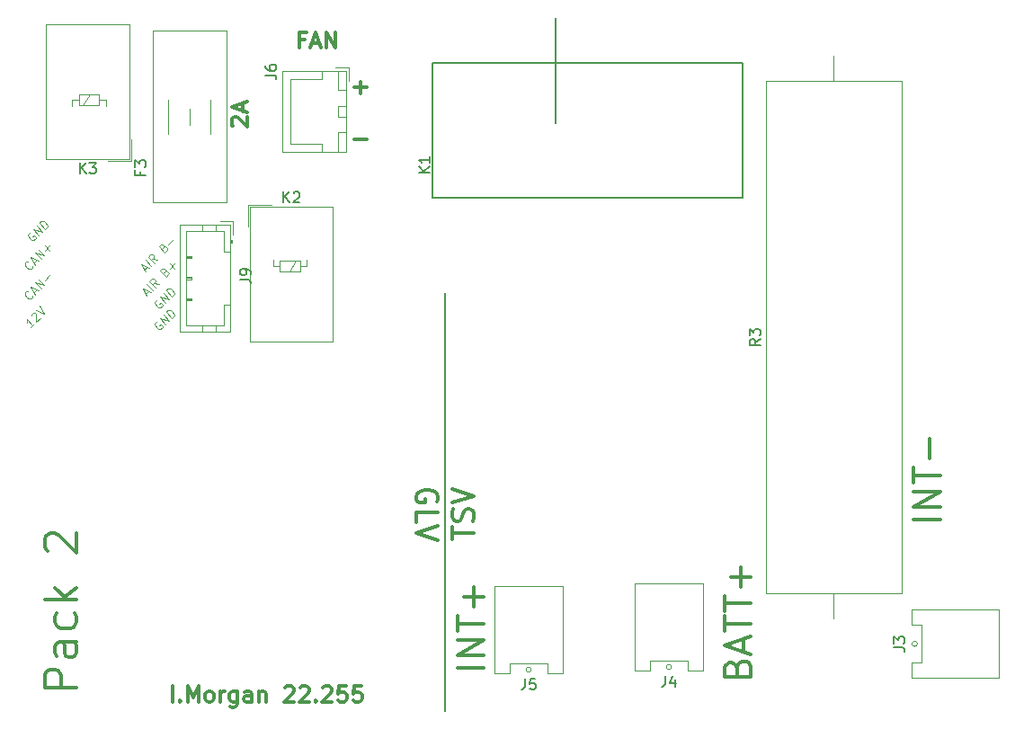
<source format=gbr>
%TF.GenerationSoftware,KiCad,Pcbnew,(6.0.1)*%
%TF.CreationDate,2022-11-29T11:44:29-05:00*%
%TF.ProjectId,pacman_side_2,7061636d-616e-45f7-9369-64655f322e6b,rev?*%
%TF.SameCoordinates,Original*%
%TF.FileFunction,Legend,Top*%
%TF.FilePolarity,Positive*%
%FSLAX46Y46*%
G04 Gerber Fmt 4.6, Leading zero omitted, Abs format (unit mm)*
G04 Created by KiCad (PCBNEW (6.0.1)) date 2022-11-29 11:44:29*
%MOMM*%
%LPD*%
G01*
G04 APERTURE LIST*
%ADD10C,0.150000*%
%ADD11C,0.100000*%
%ADD12C,0.300000*%
%ADD13C,0.120000*%
G04 APERTURE END LIST*
D10*
X129129000Y-103129000D02*
X129129000Y-128529000D01*
X139543000Y-73157000D02*
X139543000Y-63251000D01*
X129129000Y-89159000D02*
X129129000Y-103129000D01*
D11*
X90091158Y-83460155D02*
X90010346Y-83487093D01*
X89929534Y-83567905D01*
X89875659Y-83675654D01*
X89875659Y-83783404D01*
X89902597Y-83864216D01*
X89983409Y-83998903D01*
X90064221Y-84079715D01*
X90198908Y-84160528D01*
X90279720Y-84187465D01*
X90387470Y-84187465D01*
X90495219Y-84133590D01*
X90549094Y-84079715D01*
X90602969Y-83971966D01*
X90602969Y-83918091D01*
X90414407Y-83729529D01*
X90306658Y-83837279D01*
X90899280Y-83729529D02*
X90333595Y-83163844D01*
X91222529Y-83406280D01*
X90656844Y-82840595D01*
X91491903Y-83136906D02*
X90926218Y-82571221D01*
X91060905Y-82436534D01*
X91168654Y-82382659D01*
X91276404Y-82382659D01*
X91357216Y-82409597D01*
X91491903Y-82490409D01*
X91572715Y-82571221D01*
X91653528Y-82705908D01*
X91680465Y-82786720D01*
X91680465Y-82894470D01*
X91626590Y-83002219D01*
X91491903Y-83136906D01*
D12*
X94418142Y-126345285D02*
X91418142Y-126345285D01*
X91418142Y-125202428D01*
X91561000Y-124916714D01*
X91703857Y-124773857D01*
X91989571Y-124631000D01*
X92418142Y-124631000D01*
X92703857Y-124773857D01*
X92846714Y-124916714D01*
X92989571Y-125202428D01*
X92989571Y-126345285D01*
X94418142Y-122059571D02*
X92846714Y-122059571D01*
X92561000Y-122202428D01*
X92418142Y-122488142D01*
X92418142Y-123059571D01*
X92561000Y-123345285D01*
X94275285Y-122059571D02*
X94418142Y-122345285D01*
X94418142Y-123059571D01*
X94275285Y-123345285D01*
X93989571Y-123488142D01*
X93703857Y-123488142D01*
X93418142Y-123345285D01*
X93275285Y-123059571D01*
X93275285Y-122345285D01*
X93132428Y-122059571D01*
X94275285Y-119345285D02*
X94418142Y-119631000D01*
X94418142Y-120202428D01*
X94275285Y-120488142D01*
X94132428Y-120631000D01*
X93846714Y-120773857D01*
X92989571Y-120773857D01*
X92703857Y-120631000D01*
X92561000Y-120488142D01*
X92418142Y-120202428D01*
X92418142Y-119631000D01*
X92561000Y-119345285D01*
X94418142Y-118059571D02*
X91418142Y-118059571D01*
X93275285Y-117773857D02*
X94418142Y-116916714D01*
X92418142Y-116916714D02*
X93561000Y-118059571D01*
X91703857Y-113488142D02*
X91561000Y-113345285D01*
X91418142Y-113059571D01*
X91418142Y-112345285D01*
X91561000Y-112059571D01*
X91703857Y-111916714D01*
X91989571Y-111773857D01*
X92275285Y-111773857D01*
X92703857Y-111916714D01*
X94418142Y-113631000D01*
X94418142Y-111773857D01*
X115879714Y-65297857D02*
X115379714Y-65297857D01*
X115379714Y-66083571D02*
X115379714Y-64583571D01*
X116094000Y-64583571D01*
X116594000Y-65655000D02*
X117308285Y-65655000D01*
X116451142Y-66083571D02*
X116951142Y-64583571D01*
X117451142Y-66083571D01*
X117951142Y-66083571D02*
X117951142Y-64583571D01*
X118808285Y-66083571D01*
X118808285Y-64583571D01*
X103472142Y-127683571D02*
X103472142Y-126183571D01*
X104186428Y-127540714D02*
X104257857Y-127612142D01*
X104186428Y-127683571D01*
X104115000Y-127612142D01*
X104186428Y-127540714D01*
X104186428Y-127683571D01*
X104900714Y-127683571D02*
X104900714Y-126183571D01*
X105400714Y-127255000D01*
X105900714Y-126183571D01*
X105900714Y-127683571D01*
X106829285Y-127683571D02*
X106686428Y-127612142D01*
X106615000Y-127540714D01*
X106543571Y-127397857D01*
X106543571Y-126969285D01*
X106615000Y-126826428D01*
X106686428Y-126755000D01*
X106829285Y-126683571D01*
X107043571Y-126683571D01*
X107186428Y-126755000D01*
X107257857Y-126826428D01*
X107329285Y-126969285D01*
X107329285Y-127397857D01*
X107257857Y-127540714D01*
X107186428Y-127612142D01*
X107043571Y-127683571D01*
X106829285Y-127683571D01*
X107972142Y-127683571D02*
X107972142Y-126683571D01*
X107972142Y-126969285D02*
X108043571Y-126826428D01*
X108115000Y-126755000D01*
X108257857Y-126683571D01*
X108400714Y-126683571D01*
X109543571Y-126683571D02*
X109543571Y-127897857D01*
X109472142Y-128040714D01*
X109400714Y-128112142D01*
X109257857Y-128183571D01*
X109043571Y-128183571D01*
X108900714Y-128112142D01*
X109543571Y-127612142D02*
X109400714Y-127683571D01*
X109115000Y-127683571D01*
X108972142Y-127612142D01*
X108900714Y-127540714D01*
X108829285Y-127397857D01*
X108829285Y-126969285D01*
X108900714Y-126826428D01*
X108972142Y-126755000D01*
X109115000Y-126683571D01*
X109400714Y-126683571D01*
X109543571Y-126755000D01*
X110900714Y-127683571D02*
X110900714Y-126897857D01*
X110829285Y-126755000D01*
X110686428Y-126683571D01*
X110400714Y-126683571D01*
X110257857Y-126755000D01*
X110900714Y-127612142D02*
X110757857Y-127683571D01*
X110400714Y-127683571D01*
X110257857Y-127612142D01*
X110186428Y-127469285D01*
X110186428Y-127326428D01*
X110257857Y-127183571D01*
X110400714Y-127112142D01*
X110757857Y-127112142D01*
X110900714Y-127040714D01*
X111615000Y-126683571D02*
X111615000Y-127683571D01*
X111615000Y-126826428D02*
X111686428Y-126755000D01*
X111829285Y-126683571D01*
X112043571Y-126683571D01*
X112186428Y-126755000D01*
X112257857Y-126897857D01*
X112257857Y-127683571D01*
X114043571Y-126326428D02*
X114115000Y-126255000D01*
X114257857Y-126183571D01*
X114615000Y-126183571D01*
X114757857Y-126255000D01*
X114829285Y-126326428D01*
X114900714Y-126469285D01*
X114900714Y-126612142D01*
X114829285Y-126826428D01*
X113972142Y-127683571D01*
X114900714Y-127683571D01*
X115472142Y-126326428D02*
X115543571Y-126255000D01*
X115686428Y-126183571D01*
X116043571Y-126183571D01*
X116186428Y-126255000D01*
X116257857Y-126326428D01*
X116329285Y-126469285D01*
X116329285Y-126612142D01*
X116257857Y-126826428D01*
X115400714Y-127683571D01*
X116329285Y-127683571D01*
X116972142Y-127540714D02*
X117043571Y-127612142D01*
X116972142Y-127683571D01*
X116900714Y-127612142D01*
X116972142Y-127540714D01*
X116972142Y-127683571D01*
X117615000Y-126326428D02*
X117686428Y-126255000D01*
X117829285Y-126183571D01*
X118186428Y-126183571D01*
X118329285Y-126255000D01*
X118400714Y-126326428D01*
X118472142Y-126469285D01*
X118472142Y-126612142D01*
X118400714Y-126826428D01*
X117543571Y-127683571D01*
X118472142Y-127683571D01*
X119829285Y-126183571D02*
X119115000Y-126183571D01*
X119043571Y-126897857D01*
X119115000Y-126826428D01*
X119257857Y-126755000D01*
X119615000Y-126755000D01*
X119757857Y-126826428D01*
X119829285Y-126897857D01*
X119900714Y-127040714D01*
X119900714Y-127397857D01*
X119829285Y-127540714D01*
X119757857Y-127612142D01*
X119615000Y-127683571D01*
X119257857Y-127683571D01*
X119115000Y-127612142D01*
X119043571Y-127540714D01*
X121257857Y-126183571D02*
X120543571Y-126183571D01*
X120472142Y-126897857D01*
X120543571Y-126826428D01*
X120686428Y-126755000D01*
X121043571Y-126755000D01*
X121186428Y-126826428D01*
X121257857Y-126897857D01*
X121329285Y-127040714D01*
X121329285Y-127397857D01*
X121257857Y-127540714D01*
X121186428Y-127612142D01*
X121043571Y-127683571D01*
X120686428Y-127683571D01*
X120543571Y-127612142D01*
X120472142Y-127540714D01*
X175755952Y-110489523D02*
X173255952Y-110489523D01*
X175755952Y-109299047D02*
X173255952Y-109299047D01*
X175755952Y-107870476D01*
X173255952Y-107870476D01*
X173255952Y-107037142D02*
X173255952Y-105608571D01*
X175755952Y-106322857D02*
X173255952Y-106322857D01*
X174803571Y-104775238D02*
X174803571Y-102870476D01*
D11*
X100801536Y-86966025D02*
X101070910Y-86696651D01*
X100909285Y-87181524D02*
X100532162Y-86427277D01*
X101286409Y-86804401D01*
X101474971Y-86615839D02*
X100909285Y-86050154D01*
X102067593Y-86023216D02*
X101609658Y-85942404D01*
X101744345Y-86346465D02*
X101178659Y-85780780D01*
X101394158Y-85565280D01*
X101474971Y-85538343D01*
X101528845Y-85538343D01*
X101609658Y-85565280D01*
X101690470Y-85646093D01*
X101717407Y-85726905D01*
X101717407Y-85780780D01*
X101690470Y-85861592D01*
X101474971Y-86077091D01*
X102633279Y-84864908D02*
X102741028Y-84811033D01*
X102794903Y-84811033D01*
X102875715Y-84837971D01*
X102956528Y-84918783D01*
X102983465Y-84999595D01*
X102983465Y-85053470D01*
X102956528Y-85134282D01*
X102741028Y-85349781D01*
X102175343Y-84784096D01*
X102363905Y-84595534D01*
X102444717Y-84568597D01*
X102498592Y-84568597D01*
X102579404Y-84595534D01*
X102633279Y-84649409D01*
X102660216Y-84730221D01*
X102660216Y-84784096D01*
X102633279Y-84864908D01*
X102444717Y-85053470D01*
X103091215Y-84568597D02*
X103522213Y-84137598D01*
X90293189Y-89434871D02*
X90293189Y-89488746D01*
X90239314Y-89596496D01*
X90185439Y-89650370D01*
X90077690Y-89704245D01*
X89969940Y-89704245D01*
X89889128Y-89677308D01*
X89754441Y-89596496D01*
X89673629Y-89515683D01*
X89592816Y-89380996D01*
X89565879Y-89300184D01*
X89565879Y-89192435D01*
X89619754Y-89084685D01*
X89673629Y-89030810D01*
X89781378Y-88976935D01*
X89835253Y-88976935D01*
X90400938Y-89111622D02*
X90670312Y-88842248D01*
X90508688Y-89327122D02*
X90131564Y-88572874D01*
X90885812Y-88949998D01*
X91074374Y-88761436D02*
X90508688Y-88195751D01*
X91397622Y-88438187D01*
X90831937Y-87872502D01*
X91451497Y-87953314D02*
X91882496Y-87522316D01*
X102029158Y-89810155D02*
X101948346Y-89837093D01*
X101867534Y-89917905D01*
X101813659Y-90025654D01*
X101813659Y-90133404D01*
X101840597Y-90214216D01*
X101921409Y-90348903D01*
X102002221Y-90429715D01*
X102136908Y-90510528D01*
X102217720Y-90537465D01*
X102325470Y-90537465D01*
X102433219Y-90483590D01*
X102487094Y-90429715D01*
X102540969Y-90321966D01*
X102540969Y-90268091D01*
X102352407Y-90079529D01*
X102244658Y-90187279D01*
X102837280Y-90079529D02*
X102271595Y-89513844D01*
X103160529Y-89756280D01*
X102594844Y-89190595D01*
X103429903Y-89486906D02*
X102864218Y-88921221D01*
X102998905Y-88786534D01*
X103106654Y-88732659D01*
X103214404Y-88732659D01*
X103295216Y-88759597D01*
X103429903Y-88840409D01*
X103510715Y-88921221D01*
X103591528Y-89055908D01*
X103618465Y-89136720D01*
X103618465Y-89244470D01*
X103564590Y-89352219D01*
X103429903Y-89486906D01*
D12*
X129811761Y-112367952D02*
X129811761Y-111225095D01*
X131811761Y-111796523D02*
X129811761Y-111796523D01*
X131716523Y-110653666D02*
X131811761Y-110367952D01*
X131811761Y-109891761D01*
X131716523Y-109701285D01*
X131621285Y-109606047D01*
X131430809Y-109510809D01*
X131240333Y-109510809D01*
X131049857Y-109606047D01*
X130954619Y-109701285D01*
X130859380Y-109891761D01*
X130764142Y-110272714D01*
X130668904Y-110463190D01*
X130573666Y-110558428D01*
X130383190Y-110653666D01*
X130192714Y-110653666D01*
X130002238Y-110558428D01*
X129907000Y-110463190D01*
X129811761Y-110272714D01*
X129811761Y-109796523D01*
X129907000Y-109510809D01*
X129811761Y-108939380D02*
X131811761Y-108272714D01*
X129811761Y-107606047D01*
X156636428Y-124492238D02*
X156755476Y-124135095D01*
X156874523Y-124016047D01*
X157112619Y-123897000D01*
X157469761Y-123897000D01*
X157707857Y-124016047D01*
X157826904Y-124135095D01*
X157945952Y-124373190D01*
X157945952Y-125325571D01*
X155445952Y-125325571D01*
X155445952Y-124492238D01*
X155565000Y-124254142D01*
X155684047Y-124135095D01*
X155922142Y-124016047D01*
X156160238Y-124016047D01*
X156398333Y-124135095D01*
X156517380Y-124254142D01*
X156636428Y-124492238D01*
X156636428Y-125325571D01*
X157231666Y-122944619D02*
X157231666Y-121754142D01*
X157945952Y-123182714D02*
X155445952Y-122349380D01*
X157945952Y-121516047D01*
X155445952Y-121039857D02*
X155445952Y-119611285D01*
X157945952Y-120325571D02*
X155445952Y-120325571D01*
X155445952Y-119135095D02*
X155445952Y-117706523D01*
X157945952Y-118420809D02*
X155445952Y-118420809D01*
X156993571Y-116873190D02*
X156993571Y-114968428D01*
X157945952Y-115920809D02*
X156041190Y-115920809D01*
X132799952Y-124464523D02*
X130299952Y-124464523D01*
X132799952Y-123274047D02*
X130299952Y-123274047D01*
X132799952Y-121845476D01*
X130299952Y-121845476D01*
X130299952Y-121012142D02*
X130299952Y-119583571D01*
X132799952Y-120297857D02*
X130299952Y-120297857D01*
X131847571Y-118750238D02*
X131847571Y-116845476D01*
X132799952Y-117797857D02*
X130895190Y-117797857D01*
X128351000Y-108844142D02*
X128446238Y-108653666D01*
X128446238Y-108367952D01*
X128351000Y-108082238D01*
X128160523Y-107891761D01*
X127970047Y-107796523D01*
X127589095Y-107701285D01*
X127303380Y-107701285D01*
X126922428Y-107796523D01*
X126731952Y-107891761D01*
X126541476Y-108082238D01*
X126446238Y-108367952D01*
X126446238Y-108558428D01*
X126541476Y-108844142D01*
X126636714Y-108939380D01*
X127303380Y-108939380D01*
X127303380Y-108558428D01*
X126446238Y-110748904D02*
X126446238Y-109796523D01*
X128446238Y-109796523D01*
X128446238Y-111129857D02*
X126446238Y-111796523D01*
X128446238Y-112463190D01*
D11*
X100928536Y-89252025D02*
X101197910Y-88982651D01*
X101036285Y-89467524D02*
X100659162Y-88713277D01*
X101413409Y-89090401D01*
X101601971Y-88901839D02*
X101036285Y-88336154D01*
X102194593Y-88309216D02*
X101736658Y-88228404D01*
X101871345Y-88632465D02*
X101305659Y-88066780D01*
X101521158Y-87851280D01*
X101601971Y-87824343D01*
X101655845Y-87824343D01*
X101736658Y-87851280D01*
X101817470Y-87932093D01*
X101844407Y-88012905D01*
X101844407Y-88066780D01*
X101817470Y-88147592D01*
X101601971Y-88363091D01*
X102760279Y-87150908D02*
X102868028Y-87097033D01*
X102921903Y-87097033D01*
X103002715Y-87123971D01*
X103083528Y-87204783D01*
X103110465Y-87285595D01*
X103110465Y-87339470D01*
X103083528Y-87420282D01*
X102868028Y-87635781D01*
X102302343Y-87070096D01*
X102490905Y-86881534D01*
X102571717Y-86854597D01*
X102625592Y-86854597D01*
X102706404Y-86881534D01*
X102760279Y-86935409D01*
X102787216Y-87016221D01*
X102787216Y-87070096D01*
X102760279Y-87150908D01*
X102571717Y-87339470D01*
X103218215Y-86854597D02*
X103649213Y-86423598D01*
X103649213Y-86854597D02*
X103218215Y-86423598D01*
D12*
X120586571Y-69828142D02*
X121729428Y-69828142D01*
X121158000Y-70399571D02*
X121158000Y-69256714D01*
X120586571Y-74658142D02*
X121729428Y-74658142D01*
X109176428Y-73461428D02*
X109105000Y-73390000D01*
X109033571Y-73247142D01*
X109033571Y-72890000D01*
X109105000Y-72747142D01*
X109176428Y-72675714D01*
X109319285Y-72604285D01*
X109462142Y-72604285D01*
X109676428Y-72675714D01*
X110533571Y-73532857D01*
X110533571Y-72604285D01*
X110105000Y-72032857D02*
X110105000Y-71318571D01*
X110533571Y-72175714D02*
X109033571Y-71675714D01*
X110533571Y-71175714D01*
D11*
X102029158Y-91842155D02*
X101948346Y-91869093D01*
X101867534Y-91949905D01*
X101813659Y-92057654D01*
X101813659Y-92165404D01*
X101840597Y-92246216D01*
X101921409Y-92380903D01*
X102002221Y-92461715D01*
X102136908Y-92542528D01*
X102217720Y-92569465D01*
X102325470Y-92569465D01*
X102433219Y-92515590D01*
X102487094Y-92461715D01*
X102540969Y-92353966D01*
X102540969Y-92300091D01*
X102352407Y-92111529D01*
X102244658Y-92219279D01*
X102837280Y-92111529D02*
X102271595Y-91545844D01*
X103160529Y-91788280D01*
X102594844Y-91222595D01*
X103429903Y-91518906D02*
X102864218Y-90953221D01*
X102998905Y-90818534D01*
X103106654Y-90764659D01*
X103214404Y-90764659D01*
X103295216Y-90791597D01*
X103429903Y-90872409D01*
X103510715Y-90953221D01*
X103591528Y-91087908D01*
X103618465Y-91168720D01*
X103618465Y-91276470D01*
X103564590Y-91384219D01*
X103429903Y-91518906D01*
X90293189Y-86640871D02*
X90293189Y-86694746D01*
X90239314Y-86802496D01*
X90185439Y-86856370D01*
X90077690Y-86910245D01*
X89969940Y-86910245D01*
X89889128Y-86883308D01*
X89754441Y-86802496D01*
X89673629Y-86721683D01*
X89592816Y-86586996D01*
X89565879Y-86506184D01*
X89565879Y-86398435D01*
X89619754Y-86290685D01*
X89673629Y-86236810D01*
X89781378Y-86182935D01*
X89835253Y-86182935D01*
X90400938Y-86317622D02*
X90670312Y-86048248D01*
X90508688Y-86533122D02*
X90131564Y-85778874D01*
X90885812Y-86155998D01*
X91074374Y-85967436D02*
X90508688Y-85401751D01*
X91397622Y-85644187D01*
X90831937Y-85078502D01*
X91451497Y-85159314D02*
X91882496Y-84728316D01*
X91882496Y-85159314D02*
X91451497Y-84728316D01*
X90456719Y-92046091D02*
X90133470Y-92369340D01*
X90295094Y-92207715D02*
X89729409Y-91642030D01*
X89756346Y-91776717D01*
X89756346Y-91884467D01*
X89729409Y-91965279D01*
X90160407Y-91318781D02*
X90160407Y-91264906D01*
X90187345Y-91184094D01*
X90322032Y-91049407D01*
X90402844Y-91022470D01*
X90456719Y-91022470D01*
X90537531Y-91049407D01*
X90591406Y-91103282D01*
X90645280Y-91211032D01*
X90645280Y-91857529D01*
X90995467Y-91507343D01*
X90591406Y-90780033D02*
X91345653Y-91157157D01*
X90968529Y-90402910D01*
D10*
%TO.C,J9*%
X109815380Y-87900333D02*
X110529666Y-87900333D01*
X110672523Y-87947952D01*
X110767761Y-88043190D01*
X110815380Y-88186047D01*
X110815380Y-88281285D01*
X110815380Y-87376523D02*
X110815380Y-87186047D01*
X110767761Y-87090809D01*
X110720142Y-87043190D01*
X110577285Y-86947952D01*
X110386809Y-86900333D01*
X110005857Y-86900333D01*
X109910619Y-86947952D01*
X109863000Y-86995571D01*
X109815380Y-87090809D01*
X109815380Y-87281285D01*
X109863000Y-87376523D01*
X109910619Y-87424142D01*
X110005857Y-87471761D01*
X110243952Y-87471761D01*
X110339190Y-87424142D01*
X110386809Y-87376523D01*
X110434428Y-87281285D01*
X110434428Y-87090809D01*
X110386809Y-86995571D01*
X110339190Y-86947952D01*
X110243952Y-86900333D01*
%TO.C,K3*%
X94734404Y-77920880D02*
X94734404Y-76920880D01*
X95305833Y-77920880D02*
X94877261Y-77349452D01*
X95305833Y-76920880D02*
X94734404Y-77492309D01*
X95639166Y-76920880D02*
X96258214Y-76920880D01*
X95924880Y-77301833D01*
X96067738Y-77301833D01*
X96162976Y-77349452D01*
X96210595Y-77397071D01*
X96258214Y-77492309D01*
X96258214Y-77730404D01*
X96210595Y-77825642D01*
X96162976Y-77873261D01*
X96067738Y-77920880D01*
X95782023Y-77920880D01*
X95686785Y-77873261D01*
X95639166Y-77825642D01*
%TO.C,K1*%
X127650380Y-77851095D02*
X126650380Y-77851095D01*
X127650380Y-77279666D02*
X127078952Y-77708238D01*
X126650380Y-77279666D02*
X127221809Y-77851095D01*
X127650380Y-76327285D02*
X127650380Y-76898714D01*
X127650380Y-76613000D02*
X126650380Y-76613000D01*
X126793238Y-76708238D01*
X126888476Y-76803476D01*
X126936095Y-76898714D01*
%TO.C,F3*%
X100421571Y-77720333D02*
X100421571Y-78053666D01*
X100945380Y-78053666D02*
X99945380Y-78053666D01*
X99945380Y-77577476D01*
X99945380Y-77291761D02*
X99945380Y-76672714D01*
X100326333Y-77006047D01*
X100326333Y-76863190D01*
X100373952Y-76767952D01*
X100421571Y-76720333D01*
X100516809Y-76672714D01*
X100754904Y-76672714D01*
X100850142Y-76720333D01*
X100897761Y-76767952D01*
X100945380Y-76863190D01*
X100945380Y-77148904D01*
X100897761Y-77244142D01*
X100850142Y-77291761D01*
%TO.C,J3*%
X171417380Y-122558133D02*
X172131666Y-122558133D01*
X172274523Y-122605752D01*
X172369761Y-122700990D01*
X172417380Y-122843847D01*
X172417380Y-122939085D01*
X171417380Y-122177180D02*
X171417380Y-121558133D01*
X171798333Y-121891466D01*
X171798333Y-121748609D01*
X171845952Y-121653371D01*
X171893571Y-121605752D01*
X171988809Y-121558133D01*
X172226904Y-121558133D01*
X172322142Y-121605752D01*
X172369761Y-121653371D01*
X172417380Y-121748609D01*
X172417380Y-122034323D01*
X172369761Y-122129561D01*
X172322142Y-122177180D01*
%TO.C,J6*%
X112228380Y-68659333D02*
X112942666Y-68659333D01*
X113085523Y-68706952D01*
X113180761Y-68802190D01*
X113228380Y-68945047D01*
X113228380Y-69040285D01*
X112228380Y-67754571D02*
X112228380Y-67945047D01*
X112276000Y-68040285D01*
X112323619Y-68087904D01*
X112466476Y-68183142D01*
X112656952Y-68230761D01*
X113037904Y-68230761D01*
X113133142Y-68183142D01*
X113180761Y-68135523D01*
X113228380Y-68040285D01*
X113228380Y-67849809D01*
X113180761Y-67754571D01*
X113133142Y-67706952D01*
X113037904Y-67659333D01*
X112799809Y-67659333D01*
X112704571Y-67706952D01*
X112656952Y-67754571D01*
X112609333Y-67849809D01*
X112609333Y-68040285D01*
X112656952Y-68135523D01*
X112704571Y-68183142D01*
X112799809Y-68230761D01*
%TO.C,R3*%
X158817380Y-93511666D02*
X158341190Y-93845000D01*
X158817380Y-94083095D02*
X157817380Y-94083095D01*
X157817380Y-93702142D01*
X157865000Y-93606904D01*
X157912619Y-93559285D01*
X158007857Y-93511666D01*
X158150714Y-93511666D01*
X158245952Y-93559285D01*
X158293571Y-93606904D01*
X158341190Y-93702142D01*
X158341190Y-94083095D01*
X157817380Y-93178333D02*
X157817380Y-92559285D01*
X158198333Y-92892619D01*
X158198333Y-92749761D01*
X158245952Y-92654523D01*
X158293571Y-92606904D01*
X158388809Y-92559285D01*
X158626904Y-92559285D01*
X158722142Y-92606904D01*
X158769761Y-92654523D01*
X158817380Y-92749761D01*
X158817380Y-93035476D01*
X158769761Y-93130714D01*
X158722142Y-93178333D01*
%TO.C,J4*%
X149877666Y-125257380D02*
X149877666Y-125971666D01*
X149830047Y-126114523D01*
X149734809Y-126209761D01*
X149591952Y-126257380D01*
X149496714Y-126257380D01*
X150782428Y-125590714D02*
X150782428Y-126257380D01*
X150544333Y-125209761D02*
X150306238Y-125924047D01*
X150925285Y-125924047D01*
%TO.C,J5*%
X136669666Y-125511380D02*
X136669666Y-126225666D01*
X136622047Y-126368523D01*
X136526809Y-126463761D01*
X136383952Y-126511380D01*
X136288714Y-126511380D01*
X137622047Y-125511380D02*
X137145857Y-125511380D01*
X137098238Y-125987571D01*
X137145857Y-125939952D01*
X137241095Y-125892333D01*
X137479190Y-125892333D01*
X137574428Y-125939952D01*
X137622047Y-125987571D01*
X137669666Y-126082809D01*
X137669666Y-126320904D01*
X137622047Y-126416142D01*
X137574428Y-126463761D01*
X137479190Y-126511380D01*
X137241095Y-126511380D01*
X137145857Y-126463761D01*
X137098238Y-126416142D01*
%TO.C,K2*%
X113919404Y-80646880D02*
X113919404Y-79646880D01*
X114490833Y-80646880D02*
X114062261Y-80075452D01*
X114490833Y-79646880D02*
X113919404Y-80218309D01*
X114871785Y-79742119D02*
X114919404Y-79694500D01*
X115014642Y-79646880D01*
X115252738Y-79646880D01*
X115347976Y-79694500D01*
X115395595Y-79742119D01*
X115443214Y-79837357D01*
X115443214Y-79932595D01*
X115395595Y-80075452D01*
X114824166Y-80646880D01*
X115443214Y-80646880D01*
D13*
%TO.C,J9*%
X109171000Y-82413000D02*
X107921000Y-82413000D01*
X106261000Y-92833000D02*
X106261000Y-92223000D01*
X108871000Y-85273000D02*
X108261000Y-85273000D01*
X104761000Y-87673000D02*
X105261000Y-87673000D01*
X108871000Y-84473000D02*
X109071000Y-84473000D01*
X104761000Y-85673000D02*
X105261000Y-85673000D01*
X107561000Y-92833000D02*
X107561000Y-92223000D01*
X107561000Y-82713000D02*
X107561000Y-83323000D01*
X108971000Y-84473000D02*
X108971000Y-84173000D01*
X104761000Y-89773000D02*
X105261000Y-89773000D01*
X109071000Y-84473000D02*
X109071000Y-84173000D01*
X108871000Y-82713000D02*
X104151000Y-82713000D01*
X104761000Y-85773000D02*
X105261000Y-85773000D01*
X104761000Y-87773000D02*
X105261000Y-87773000D01*
X104761000Y-83323000D02*
X104761000Y-92223000D01*
X109071000Y-84173000D02*
X108871000Y-84173000D01*
X105261000Y-89673000D02*
X105261000Y-89873000D01*
X108261000Y-92223000D02*
X108261000Y-90273000D01*
X104761000Y-92223000D02*
X108261000Y-92223000D01*
X108871000Y-92833000D02*
X108871000Y-82713000D01*
X108261000Y-83323000D02*
X104761000Y-83323000D01*
X104151000Y-82713000D02*
X104151000Y-92833000D01*
X105261000Y-87873000D02*
X104761000Y-87873000D01*
X106261000Y-82713000D02*
X106261000Y-83323000D01*
X104151000Y-92833000D02*
X108871000Y-92833000D01*
X108261000Y-90273000D02*
X108871000Y-90273000D01*
X104761000Y-89673000D02*
X105261000Y-89673000D01*
X105261000Y-89873000D02*
X104761000Y-89873000D01*
X105261000Y-85673000D02*
X105261000Y-85873000D01*
X108261000Y-85273000D02*
X108261000Y-83323000D01*
X109171000Y-83663000D02*
X109171000Y-82413000D01*
X105261000Y-87673000D02*
X105261000Y-87873000D01*
X105261000Y-85873000D02*
X104761000Y-85873000D01*
%TO.C,K3*%
X94645500Y-71458500D02*
X96550500Y-71458500D01*
X97210500Y-71585500D02*
X97210500Y-70950500D01*
X91572500Y-63868500D02*
X99372500Y-63868500D01*
X96550500Y-70442500D02*
X94645500Y-70442500D01*
X99372500Y-76568500D02*
X91572500Y-76568500D01*
X94010500Y-70950500D02*
X94645500Y-70950500D01*
X96550500Y-71458500D02*
X96550500Y-70442500D01*
X95026500Y-71458500D02*
X95661500Y-70442500D01*
X99572500Y-74668500D02*
X99572500Y-76768500D01*
X94010500Y-71585500D02*
X94010500Y-70950500D01*
X91572500Y-76568500D02*
X91572500Y-63868500D01*
X97210500Y-70950500D02*
X96550500Y-70950500D01*
X99372500Y-63868500D02*
X99372500Y-76568500D01*
X94645500Y-71458500D02*
X94645500Y-70442500D01*
X99572500Y-76768500D02*
X97372500Y-76768500D01*
D10*
%TO.C,K1*%
X127960000Y-67461000D02*
X157170000Y-67461000D01*
X157170000Y-67461000D02*
X157170000Y-80161000D01*
X127960000Y-80161000D02*
X127960000Y-67461000D01*
X157170000Y-80161000D02*
X127960000Y-80161000D01*
D13*
%TO.C,F3*%
X107065000Y-70961000D02*
X107065000Y-74161000D01*
X101595000Y-64461000D02*
X101595000Y-80661000D01*
X103065000Y-74161000D02*
X103065000Y-70961000D01*
X108535000Y-80661000D02*
X108535000Y-64461000D01*
X105065000Y-73311000D02*
X105065000Y-71811000D01*
X101595000Y-80661000D02*
X108535000Y-80661000D01*
X108535000Y-64461000D02*
X101595000Y-64461000D01*
%TO.C,J3*%
X181275000Y-122224800D02*
X181275000Y-119014800D01*
X181275000Y-119014800D02*
X173055000Y-119014800D01*
X173055000Y-120434800D02*
X174005000Y-120434800D01*
X173055000Y-119014800D02*
X173055000Y-120434800D01*
X174005000Y-120434800D02*
X174005000Y-122224800D01*
X173055000Y-125434800D02*
X173055000Y-124014800D01*
X181275000Y-122224800D02*
X181275000Y-125434800D01*
X174005000Y-124014800D02*
X174005000Y-122224800D01*
X173055000Y-124014800D02*
X174005000Y-124014800D01*
X181275000Y-125434800D02*
X173055000Y-125434800D01*
X173615000Y-122224800D02*
G75*
G03*
X173615000Y-122224800I-250000J0D01*
G01*
%TO.C,J6*%
X119040000Y-68261000D02*
X119040000Y-70061000D01*
X119790000Y-70061000D02*
X119790000Y-68261000D01*
X119800000Y-75871000D02*
X119800000Y-68251000D01*
X119040000Y-70061000D02*
X119790000Y-70061000D01*
X114590000Y-69011000D02*
X114590000Y-72061000D01*
X120090000Y-69211000D02*
X120090000Y-67961000D01*
X119790000Y-71561000D02*
X119040000Y-71561000D01*
X113830000Y-75871000D02*
X119800000Y-75871000D01*
X119040000Y-75861000D02*
X119790000Y-75861000D01*
X119040000Y-72561000D02*
X119790000Y-72561000D01*
X119790000Y-72561000D02*
X119790000Y-71561000D01*
X114590000Y-75111000D02*
X114590000Y-72061000D01*
X119790000Y-68261000D02*
X119040000Y-68261000D01*
X119040000Y-71561000D02*
X119040000Y-72561000D01*
X117540000Y-75861000D02*
X117540000Y-75111000D01*
X119790000Y-75861000D02*
X119790000Y-74061000D01*
X113830000Y-68251000D02*
X113830000Y-75871000D01*
X119800000Y-68251000D02*
X113830000Y-68251000D01*
X119790000Y-74061000D02*
X119040000Y-74061000D01*
X119040000Y-74061000D02*
X119040000Y-75861000D01*
X120090000Y-67961000D02*
X118840000Y-67961000D01*
X117540000Y-68261000D02*
X117540000Y-69011000D01*
X117540000Y-75111000D02*
X114590000Y-75111000D01*
X117540000Y-69011000D02*
X114590000Y-69011000D01*
%TO.C,R3*%
X172105000Y-69225000D02*
X159365000Y-69225000D01*
X165735000Y-66845000D02*
X165735000Y-69225000D01*
X159365000Y-117465000D02*
X172105000Y-117465000D01*
X172105000Y-117465000D02*
X172105000Y-69225000D01*
X159365000Y-69225000D02*
X159365000Y-117465000D01*
X165735000Y-119845000D02*
X165735000Y-117465000D01*
%TO.C,J4*%
X150211000Y-116495000D02*
X147001000Y-116495000D01*
X152001000Y-123765000D02*
X150211000Y-123765000D01*
X150211000Y-116495000D02*
X153421000Y-116495000D01*
X147001000Y-124715000D02*
X148421000Y-124715000D01*
X152001000Y-124715000D02*
X152001000Y-123765000D01*
X148421000Y-124715000D02*
X148421000Y-123765000D01*
X148421000Y-123765000D02*
X150211000Y-123765000D01*
X147001000Y-116495000D02*
X147001000Y-124715000D01*
X153421000Y-124715000D02*
X152001000Y-124715000D01*
X153421000Y-116495000D02*
X153421000Y-124715000D01*
X150461000Y-124405000D02*
G75*
G03*
X150461000Y-124405000I-250000J0D01*
G01*
%TO.C,J5*%
X138793000Y-124969000D02*
X138793000Y-124019000D01*
X135213000Y-124969000D02*
X135213000Y-124019000D01*
X133793000Y-124969000D02*
X135213000Y-124969000D01*
X140213000Y-116749000D02*
X140213000Y-124969000D01*
X140213000Y-124969000D02*
X138793000Y-124969000D01*
X137003000Y-116749000D02*
X133793000Y-116749000D01*
X137003000Y-116749000D02*
X140213000Y-116749000D01*
X138793000Y-124019000D02*
X137003000Y-124019000D01*
X135213000Y-124019000D02*
X137003000Y-124019000D01*
X133793000Y-116749000D02*
X133793000Y-124969000D01*
X137253000Y-124659000D02*
G75*
G03*
X137253000Y-124659000I-250000J0D01*
G01*
%TO.C,K2*%
X110557500Y-80853500D02*
X112757500Y-80853500D01*
X112919500Y-86036500D02*
X112919500Y-86671500D01*
X116119500Y-86036500D02*
X116119500Y-86671500D01*
X110757500Y-81053500D02*
X118557500Y-81053500D01*
X113579500Y-87179500D02*
X115484500Y-87179500D01*
X118557500Y-93753500D02*
X110757500Y-93753500D01*
X115484500Y-86163500D02*
X113579500Y-86163500D01*
X118557500Y-81053500D02*
X118557500Y-93753500D01*
X110557500Y-82953500D02*
X110557500Y-80853500D01*
X115103500Y-86163500D02*
X114468500Y-87179500D01*
X113579500Y-86163500D02*
X113579500Y-87179500D01*
X112919500Y-86671500D02*
X113579500Y-86671500D01*
X115484500Y-86163500D02*
X115484500Y-87179500D01*
X110757500Y-93753500D02*
X110757500Y-81053500D01*
X116119500Y-86671500D02*
X115484500Y-86671500D01*
%TD*%
M02*

</source>
